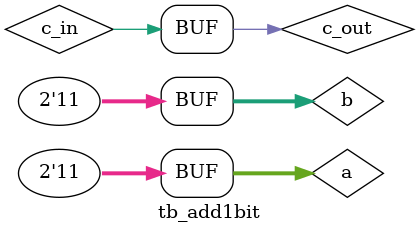
<source format=v>

`timescale 1ns/1ns
`include "add2bit.v"

module tb_add1bit;
   reg [1:0] a, b;
   reg       c_in;

   wire [1:0] sum;
   wire       c_out;

   add2bit test_add2bit(a, b, c_in, sum, c_out);

   initial begin
      $dumpfile("tb_add2bit.vcd");
      $dumpvars(0, tb_add1bit);

      {a, b} = 4'b0000;
      c_in = c_out; #10;
      {a, b} = 4'b0001;
      c_in = c_out; #10;
      {a, b} = 4'b0010;
      c_in = c_out; #10;
      {a, b} = 4'b0011;
      c_in = c_out; #10;
      {a, b} = 4'b0100;
      c_in = c_out; #10;
      {a, b} = 4'b0101;
      c_in = c_out; #10;
      {a, b} = 4'b0110;
      c_in = c_out; #10;
      {a, b} = 4'b0111;
      c_in = c_out; #10;
      {a, b} = 4'b1000;
      c_in = c_out; #10;
      {a, b} = 4'b1001;
      c_in = c_out; #10;
      {a, b} = 4'b1010;
      c_in = c_out; #10;
      {a, b} = 4'b1011;
      c_in = c_out; #10;
      {a, b} = 4'b1111;
      c_in = c_out; #10;

      $display("success.");
   end // initial begin
endmodule // tb_add2bit

</source>
